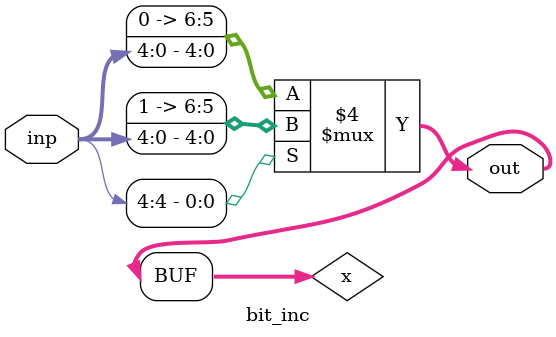
<source format=v>
module bit_inc
(
  input  [5-1 : 0] inp,
  output [7-1 : 0] out
);
  reg [7-1 : 0] x;
  integer i;
  always @ ( * ) begin
    if(inp[5-1] == 1'b0) begin
      x = {2'b00, inp};
    end
    else begin
      x = {2'b11, inp};
    end
  end
  assign out = x;
endmodule

</source>
